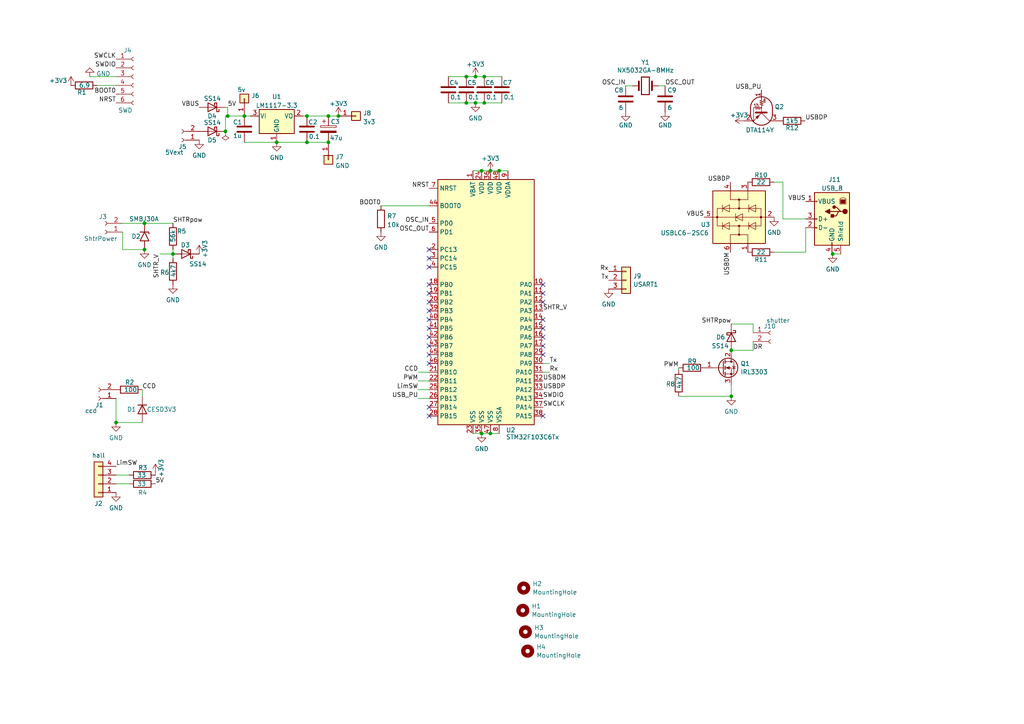
<source format=kicad_sch>
(kicad_sch (version 20231120) (generator "eeschema") (generator_version "8.0")
  (paper "A4")
  (lib_symbols
    (symbol "Connector:Conn_01x02_Female" (pin_names (offset 1.016) hide)
      (property "Reference" "J" (at 0 2.54 0))
      (property "Value" "Conn_01x02_Female" (at 0 -5.08 0))
      (symbol "Conn_01x02_Female_1_1"
        (arc (start 0 -2.032) (mid -0.5058 -2.54) (end 0 -3.048) (stroke (width 0.1524)))
        (polyline (pts (xy -1.27 -2.54) (xy -0.508 -2.54)) (stroke (width 0.1524)))
        (polyline (pts (xy -1.27 0) (xy -0.508 0)) (stroke (width 0.1524)))
        (arc (start 0 0.508) (mid -0.5058 0) (end 0 -0.508) (stroke (width 0.1524)))
        (pin passive line (at -5.08 0 0) (length 3.81) (name "Pin_1") (number "1"))
        (pin passive line (at -5.08 -2.54 0) (length 3.81) (name "Pin_2") (number "2"))
      )
    )
    (symbol "Connector:Conn_01x06_Female" (pin_names (offset 1.016) hide)
      (property "Reference" "J" (at 0 7.62 0))
      (property "Value" "Conn_01x06_Female" (at 0 -10.16 0))
      (symbol "Conn_01x06_Female_1_1"
        (arc (start 0 -7.112) (mid -0.5058 -7.62) (end 0 -8.128) (stroke (width 0.1524)))
        (arc (start 0 -4.572) (mid -0.5058 -5.08) (end 0 -5.588) (stroke (width 0.1524)))
        (arc (start 0 -2.032) (mid -0.5058 -2.54) (end 0 -3.048) (stroke (width 0.1524)))
        (polyline (pts (xy -1.27 -7.62) (xy -0.508 -7.62)) (stroke (width 0.1524)))
        (polyline (pts (xy -1.27 -5.08) (xy -0.508 -5.08)) (stroke (width 0.1524)))
        (polyline (pts (xy -1.27 -2.54) (xy -0.508 -2.54)) (stroke (width 0.1524)))
        (polyline (pts (xy -1.27 0) (xy -0.508 0)) (stroke (width 0.1524)))
        (polyline (pts (xy -1.27 2.54) (xy -0.508 2.54)) (stroke (width 0.1524)))
        (polyline (pts (xy -1.27 5.08) (xy -0.508 5.08)) (stroke (width 0.1524)))
        (arc (start 0 0.508) (mid -0.5058 0) (end 0 -0.508) (stroke (width 0.1524)))
        (arc (start 0 3.048) (mid -0.5058 2.54) (end 0 2.032) (stroke (width 0.1524)))
        (arc (start 0 5.588) (mid -0.5058 5.08) (end 0 4.572) (stroke (width 0.1524)))
        (pin passive line (at -5.08 5.08 0) (length 3.81) (name "Pin_1") (number "1"))
        (pin passive line (at -5.08 2.54 0) (length 3.81) (name "Pin_2") (number "2"))
        (pin passive line (at -5.08 0 0) (length 3.81) (name "Pin_3") (number "3"))
        (pin passive line (at -5.08 -2.54 0) (length 3.81) (name "Pin_4") (number "4"))
        (pin passive line (at -5.08 -5.08 0) (length 3.81) (name "Pin_5") (number "5"))
        (pin passive line (at -5.08 -7.62 0) (length 3.81) (name "Pin_6") (number "6"))
      )
    )
    (symbol "Connector:USB_B" (pin_names (offset 1.016))
      (property "Reference" "J" (at -5.08 11.43 0))
      (property "Value" "USB_B" (at -5.08 8.89 0))
      (symbol "USB_B_0_1"
        (rectangle (start -5.08 -7.62) (end 5.08 7.62) (stroke (width 0.254)) (fill (type background)))
        (circle (center -3.81 2.159) (radius 0.635) (stroke (width 0.254)) (fill (type outline)))
        (rectangle (start -3.81 5.588) (end -2.54 4.572) (fill (type outline)))
        (circle (center -0.635 3.429) (radius 0.381) (stroke (width 0.254)) (fill (type outline)))
        (rectangle (start -0.127 -7.62) (end 0.127 -6.858))
        (polyline (pts (xy -1.905 2.159) (xy 0.635 2.159)) (stroke (width 0.254)))
        (polyline (pts (xy -3.175 2.159) (xy -2.54 2.159) (xy -1.27 3.429) (xy -0.635 3.429)) (stroke (width 0.254)))
        (polyline (pts (xy -2.54 2.159) (xy -1.905 2.159) (xy -1.27 0.889) (xy 0 0.889)) (stroke (width 0.254)))
        (polyline (pts (xy 0.635 2.794) (xy 0.635 1.524) (xy 1.905 2.159) (xy 0.635 2.794)) (stroke (width 0.254)) (fill (type outline)))
        (polyline (pts (xy -4.064 4.318) (xy -2.286 4.318) (xy -2.286 5.715) (xy -2.667 6.096) (xy -3.683 6.096) (xy -4.064 5.715) (xy -4.064 4.318)))
        (rectangle (start 0.254 1.27) (end -0.508 0.508) (stroke (width 0.254)) (fill (type outline)))
        (rectangle (start 5.08 -2.667) (end 4.318 -2.413))
        (rectangle (start 5.08 -0.127) (end 4.318 0.127))
        (rectangle (start 5.08 4.953) (end 4.318 5.207))
      )
      (symbol "USB_B_1_1"
        (pin power_out line (at 7.62 5.08 180) (length 2.54) (name "VBUS") (number "1"))
        (pin bidirectional line (at 7.62 -2.54 180) (length 2.54) (name "D-") (number "2"))
        (pin bidirectional line (at 7.62 0 180) (length 2.54) (name "D+") (number "3"))
        (pin power_out line (at 0 -10.16 90) (length 2.54) (name "GND") (number "4"))
        (pin passive line (at -2.54 -10.16 90) (length 2.54) (name "Shield") (number "5"))
      )
    )
    (symbol "Connector_Generic:Conn_01x01" (pin_names (offset 1.016) hide)
      (property "Reference" "J" (at 0 2.54 0))
      (property "Value" "Conn_01x01" (at 0 -2.54 0))
      (symbol "Conn_01x01_1_1"
        (rectangle (start -1.27 0.127) (end 0 -0.127) (stroke (width 0.1524)))
        (rectangle (start -1.27 1.27) (end 1.27 -1.27) (stroke (width 0.254)) (fill (type background)))
        (pin passive line (at -5.08 0 0) (length 3.81) (name "Pin_1") (number "1"))
      )
    )
    (symbol "Connector_Generic:Conn_01x03" (pin_names (offset 1.016) hide)
      (property "Reference" "J" (at 0 5.08 0))
      (property "Value" "Conn_01x03" (at 0 -5.08 0))
      (symbol "Conn_01x03_1_1"
        (rectangle (start -1.27 -2.413) (end 0 -2.667) (stroke (width 0.1524)))
        (rectangle (start -1.27 0.127) (end 0 -0.127) (stroke (width 0.1524)))
        (rectangle (start -1.27 2.667) (end 0 2.413) (stroke (width 0.1524)))
        (rectangle (start -1.27 3.81) (end 1.27 -3.81) (stroke (width 0.254)) (fill (type background)))
        (pin passive line (at -5.08 2.54 0) (length 3.81) (name "Pin_1") (number "1"))
        (pin passive line (at -5.08 0 0) (length 3.81) (name "Pin_2") (number "2"))
        (pin passive line (at -5.08 -2.54 0) (length 3.81) (name "Pin_3") (number "3"))
      )
    )
    (symbol "Connector_Generic:Conn_01x04" (pin_names (offset 1.016) hide)
      (property "Reference" "J" (at 0 5.08 0))
      (property "Value" "Conn_01x04" (at 0 -7.62 0))
      (symbol "Conn_01x04_1_1"
        (rectangle (start -1.27 -4.953) (end 0 -5.207) (stroke (width 0.1524)))
        (rectangle (start -1.27 -2.413) (end 0 -2.667) (stroke (width 0.1524)))
        (rectangle (start -1.27 0.127) (end 0 -0.127) (stroke (width 0.1524)))
        (rectangle (start -1.27 2.667) (end 0 2.413) (stroke (width 0.1524)))
        (rectangle (start -1.27 3.81) (end 1.27 -6.35) (stroke (width 0.254)) (fill (type background)))
        (pin passive line (at -5.08 2.54 0) (length 3.81) (name "Pin_1") (number "1"))
        (pin passive line (at -5.08 0 0) (length 3.81) (name "Pin_2") (number "2"))
        (pin passive line (at -5.08 -2.54 0) (length 3.81) (name "Pin_3") (number "3"))
        (pin passive line (at -5.08 -5.08 0) (length 3.81) (name "Pin_4") (number "4"))
      )
    )
    (symbol "Device:C" (pin_numbers hide) (pin_names (offset 0.254))
      (property "Reference" "C" (at 0.635 2.54 0))
      (property "Value" "C" (at 0.635 -2.54 0))
      (symbol "C_0_1"
        (polyline (pts (xy -2.032 -0.762) (xy 2.032 -0.762)) (stroke (width 0.508)))
        (polyline (pts (xy -2.032 0.762) (xy 2.032 0.762)) (stroke (width 0.508)))
      )
      (symbol "C_1_1"
        (pin passive line (at 0 3.81 270) (length 2.794) (name "~") (number "1"))
        (pin passive line (at 0 -3.81 90) (length 2.794) (name "~") (number "2"))
      )
    )
    (symbol "Device:C_Polarized" (pin_numbers hide) (pin_names (offset 0.254))
      (property "Reference" "C" (at 0.635 2.54 0))
      (property "Value" "C_Polarized" (at 0.635 -2.54 0))
      (symbol "C_Polarized_0_1"
        (rectangle (start -2.286 0.508) (end 2.286 1.016))
        (polyline (pts (xy -1.778 2.286) (xy -0.762 2.286)))
        (polyline (pts (xy -1.27 2.794) (xy -1.27 1.778)))
        (rectangle (start 2.286 -0.508) (end -2.286 -1.016) (fill (type outline)))
      )
      (symbol "C_Polarized_1_1"
        (pin passive line (at 0 3.81 270) (length 2.794) (name "~") (number "1"))
        (pin passive line (at 0 -3.81 90) (length 2.794) (name "~") (number "2"))
      )
    )
    (symbol "Device:Crystal" (pin_numbers hide) (pin_names (offset 1.016) hide)
      (property "Reference" "Y" (at 0 3.81 0))
      (property "Value" "Crystal" (at 0 -3.81 0))
      (symbol "Crystal_0_1"
        (rectangle (start -1.143 2.54) (end 1.143 -2.54) (stroke (width 0.3048)))
        (polyline (pts (xy -2.54 0) (xy -1.905 0)))
        (polyline (pts (xy -1.905 -1.27) (xy -1.905 1.27)) (stroke (width 0.508)))
        (polyline (pts (xy 1.905 -1.27) (xy 1.905 1.27)) (stroke (width 0.508)))
        (polyline (pts (xy 2.54 0) (xy 1.905 0)))
      )
      (symbol "Crystal_1_1"
        (pin passive line (at -3.81 0 0) (length 1.27) (name "1") (number "1"))
        (pin passive line (at 3.81 0 180) (length 1.27) (name "2") (number "2"))
      )
    )
    (symbol "Device:D" (pin_numbers hide) (pin_names (offset 1.016) hide)
      (property "Reference" "D" (at 0 2.54 0))
      (property "Value" "D" (at 0 -2.54 0))
      (symbol "D_0_1"
        (polyline (pts (xy -1.27 1.27) (xy -1.27 -1.27)) (stroke (width 0.254)))
        (polyline (pts (xy 1.27 0) (xy -1.27 0)))
        (polyline (pts (xy 1.27 1.27) (xy 1.27 -1.27) (xy -1.27 0) (xy 1.27 1.27)) (stroke (width 0.254)))
      )
      (symbol "D_1_1"
        (pin passive line (at -3.81 0 0) (length 2.54) (name "K") (number "1"))
        (pin passive line (at 3.81 0 180) (length 2.54) (name "A") (number "2"))
      )
    )
    (symbol "Device:D_Schottky" (pin_numbers hide) (pin_names (offset 1.016) hide)
      (property "Reference" "D" (at 0 2.54 0))
      (property "Value" "D_Schottky" (at 0 -2.54 0))
      (symbol "D_Schottky_0_1"
        (polyline (pts (xy 1.27 0) (xy -1.27 0)))
        (polyline (pts (xy 1.27 1.27) (xy 1.27 -1.27) (xy -1.27 0) (xy 1.27 1.27)) (stroke (width 0.254)))
        (polyline (pts (xy -1.905 0.635) (xy -1.905 1.27) (xy -1.27 1.27) (xy -1.27 -1.27) (xy -0.635 -1.27) (xy -0.635 -0.635)) (stroke (width 0.254)))
      )
      (symbol "D_Schottky_1_1"
        (pin passive line (at -3.81 0 0) (length 2.54) (name "K") (number "1"))
        (pin passive line (at 3.81 0 180) (length 2.54) (name "A") (number "2"))
      )
    )
    (symbol "Device:Q_NMOS_GDS" (pin_names (offset 0) hide)
      (property "Reference" "Q" (at 5.08 1.27 0))
      (property "Value" "Q_NMOS_GDS" (at 5.08 -1.27 0))
      (symbol "Q_NMOS_GDS_0_1"
        (polyline (pts (xy 0.254 0) (xy -2.54 0)))
        (polyline (pts (xy 0.254 1.905) (xy 0.254 -1.905)) (stroke (width 0.254)))
        (polyline (pts (xy 0.762 -1.27) (xy 0.762 -2.286)) (stroke (width 0.254)))
        (polyline (pts (xy 0.762 0.508) (xy 0.762 -0.508)) (stroke (width 0.254)))
        (polyline (pts (xy 0.762 2.286) (xy 0.762 1.27)) (stroke (width 0.254)))
        (polyline (pts (xy 2.54 2.54) (xy 2.54 1.778)))
        (polyline (pts (xy 2.54 -2.54) (xy 2.54 0) (xy 0.762 0)))
        (polyline (pts (xy 0.762 -1.778) (xy 3.302 -1.778) (xy 3.302 1.778) (xy 0.762 1.778)))
        (polyline (pts (xy 1.016 0) (xy 2.032 0.381) (xy 2.032 -0.381) (xy 1.016 0)) (fill (type outline)))
        (polyline (pts (xy 2.794 0.508) (xy 2.921 0.381) (xy 3.683 0.381) (xy 3.81 0.254)))
        (polyline (pts (xy 3.302 0.381) (xy 2.921 -0.254) (xy 3.683 -0.254) (xy 3.302 0.381)))
        (circle (center 1.651 0) (radius 2.794) (stroke (width 0.254)))
        (circle (center 2.54 -1.778) (radius 0.254) (fill (type outline)))
        (circle (center 2.54 1.778) (radius 0.254) (fill (type outline)))
      )
      (symbol "Q_NMOS_GDS_1_1"
        (pin input line (at -5.08 0 0) (length 2.54) (name "G") (number "1"))
        (pin passive line (at 2.54 5.08 270) (length 2.54) (name "D") (number "2"))
        (pin passive line (at 2.54 -5.08 90) (length 2.54) (name "S") (number "3"))
      )
    )
    (symbol "Device:R" (pin_numbers hide) (pin_names (offset 0))
      (property "Reference" "R" (at 2.032 0 90))
      (property "Value" "R" (at 0 0 90))
      (symbol "R_0_1"
        (rectangle (start -1.016 -2.54) (end 1.016 2.54) (stroke (width 0.254)))
      )
      (symbol "R_1_1"
        (pin passive line (at 0 3.81 270) (length 1.27) (name "~") (number "1"))
        (pin passive line (at 0 -3.81 90) (length 1.27) (name "~") (number "2"))
      )
    )
    (symbol "Diode:SM6T30A" (pin_numbers hide) (pin_names (offset 1.016) hide)
      (property "Reference" "D" (at 0 2.54 0))
      (property "Value" "SM6T30A" (at 0 -2.54 0))
      (symbol "SM6T30A_0_1"
        (polyline (pts (xy -0.762 1.27) (xy -1.27 1.27) (xy -1.27 -1.27)) (stroke (width 0.254)))
        (polyline (pts (xy 1.27 1.27) (xy 1.27 -1.27) (xy -1.27 0) (xy 1.27 1.27)) (stroke (width 0.254)))
      )
      (symbol "SM6T30A_1_1"
        (pin passive line (at -3.81 0 0) (length 2.54) (name "A1") (number "1"))
        (pin passive line (at 3.81 0 180) (length 2.54) (name "A2") (number "2"))
      )
    )
    (symbol "MCU_ST_STM32F1:STM32F103C6Tx"
      (property "Reference" "U" (at -15.24 36.83 0))
      (property "Value" "STM32F103C6Tx" (at 7.62 36.83 0))
      (symbol "STM32F103C6Tx_0_1"
        (rectangle (start -15.24 -35.56) (end 12.7 35.56) (stroke (width 0.254)) (fill (type background)))
      )
      (symbol "STM32F103C6Tx_1_1"
        (pin power_in line (at -5.08 38.1 270) (length 2.54) (name "VBAT") (number "1"))
        (pin bidirectional line (at 15.24 5.08 180) (length 2.54) (name "PA0") (number "10"))
        (pin bidirectional line (at 15.24 2.54 180) (length 2.54) (name "PA1") (number "11"))
        (pin bidirectional line (at 15.24 0 180) (length 2.54) (name "PA2") (number "12"))
        (pin bidirectional line (at 15.24 -2.54 180) (length 2.54) (name "PA3") (number "13"))
        (pin bidirectional line (at 15.24 -5.08 180) (length 2.54) (name "PA4") (number "14"))
        (pin bidirectional line (at 15.24 -7.62 180) (length 2.54) (name "PA5") (number "15"))
        (pin bidirectional line (at 15.24 -10.16 180) (length 2.54) (name "PA6") (number "16"))
        (pin bidirectional line (at 15.24 -12.7 180) (length 2.54) (name "PA7") (number "17"))
        (pin bidirectional line (at -17.78 5.08 0) (length 2.54) (name "PB0") (number "18"))
        (pin bidirectional line (at -17.78 2.54 0) (length 2.54) (name "PB1") (number "19"))
        (pin bidirectional line (at -17.78 15.24 0) (length 2.54) (name "PC13") (number "2"))
        (pin bidirectional line (at -17.78 0 0) (length 2.54) (name "PB2") (number "20"))
        (pin bidirectional line (at -17.78 -20.32 0) (length 2.54) (name "PB10") (number "21"))
        (pin bidirectional line (at -17.78 -22.86 0) (length 2.54) (name "PB11") (number "22"))
        (pin power_in line (at -5.08 -38.1 90) (length 2.54) (name "VSS") (number "23"))
        (pin power_in line (at -2.54 38.1 270) (length 2.54) (name "VDD") (number "24"))
        (pin bidirectional line (at -17.78 -25.4 0) (length 2.54) (name "PB12") (number "25"))
        (pin bidirectional line (at -17.78 -27.94 0) (length 2.54) (name "PB13") (number "26"))
        (pin bidirectional line (at -17.78 -30.48 0) (length 2.54) (name "PB14") (number "27"))
        (pin bidirectional line (at -17.78 -33.02 0) (length 2.54) (name "PB15") (number "28"))
        (pin bidirectional line (at 15.24 -15.24 180) (length 2.54) (name "PA8") (number "29"))
        (pin bidirectional line (at -17.78 12.7 0) (length 2.54) (name "PC14") (number "3"))
        (pin bidirectional line (at 15.24 -17.78 180) (length 2.54) (name "PA9") (number "30"))
        (pin bidirectional line (at 15.24 -20.32 180) (length 2.54) (name "PA10") (number "31"))
        (pin bidirectional line (at 15.24 -22.86 180) (length 2.54) (name "PA11") (number "32"))
        (pin bidirectional line (at 15.24 -25.4 180) (length 2.54) (name "PA12") (number "33"))
        (pin bidirectional line (at 15.24 -27.94 180) (length 2.54) (name "PA13") (number "34"))
        (pin power_in line (at -2.54 -38.1 90) (length 2.54) (name "VSS") (number "35"))
        (pin power_in line (at 0 38.1 270) (length 2.54) (name "VDD") (number "36"))
        (pin bidirectional line (at 15.24 -30.48 180) (length 2.54) (name "PA14") (number "37"))
        (pin bidirectional line (at 15.24 -33.02 180) (length 2.54) (name "PA15") (number "38"))
        (pin bidirectional line (at -17.78 -2.54 0) (length 2.54) (name "PB3") (number "39"))
        (pin bidirectional line (at -17.78 10.16 0) (length 2.54) (name "PC15") (number "4"))
        (pin bidirectional line (at -17.78 -5.08 0) (length 2.54) (name "PB4") (number "40"))
        (pin bidirectional line (at -17.78 -7.62 0) (length 2.54) (name "PB5") (number "41"))
        (pin bidirectional line (at -17.78 -10.16 0) (length 2.54) (name "PB6") (number "42"))
        (pin bidirectional line (at -17.78 -12.7 0) (length 2.54) (name "PB7") (number "43"))
        (pin input line (at -17.78 27.94 0) (length 2.54) (name "BOOT0") (number "44"))
        (pin bidirectional line (at -17.78 -15.24 0) (length 2.54) (name "PB8") (number "45"))
        (pin bidirectional line (at -17.78 -17.78 0) (length 2.54) (name "PB9") (number "46"))
        (pin power_in line (at 0 -38.1 90) (length 2.54) (name "VSS") (number "47"))
        (pin power_in line (at 2.54 38.1 270) (length 2.54) (name "VDD") (number "48"))
        (pin input line (at -17.78 22.86 0) (length 2.54) (name "PD0") (number "5"))
        (pin input line (at -17.78 20.32 0) (length 2.54) (name "PD1") (number "6"))
        (pin input line (at -17.78 33.02 0) (length 2.54) (name "NRST") (number "7"))
        (pin power_in line (at 2.54 -38.1 90) (length 2.54) (name "VSSA") (number "8"))
        (pin power_in line (at 5.08 38.1 270) (length 2.54) (name "VDDA") (number "9"))
      )
    )
    (symbol "Mechanical:MountingHole" (pin_names (offset 1.016))
      (property "Reference" "H" (at 0 5.08 0))
      (property "Value" "MountingHole" (at 0 3.175 0))
      (symbol "MountingHole_0_1"
        (circle (center 0 0) (radius 1.27) (stroke (width 1.27)))
      )
    )
    (symbol "Power_Protection:USBLC6-2SC6" (pin_names hide)
      (property "Reference" "U" (at 2.54 8.89 0))
      (property "Value" "USBLC6-2SC6" (at 2.54 -8.89 0))
      (symbol "USBLC6-2SC6_0_1"
        (rectangle (start -7.62 -7.62) (end 7.62 7.62) (stroke (width 0.254)) (fill (type background)))
        (circle (center -5.08 0) (radius 0.254) (fill (type outline)))
        (circle (center -2.54 0) (radius 0.254) (fill (type outline)))
        (rectangle (start -2.54 6.35) (end 2.54 -6.35))
        (circle (center 0 -6.35) (radius 0.254) (fill (type outline)))
        (polyline (pts (xy -5.08 -2.54) (xy -7.62 -2.54)))
        (polyline (pts (xy -5.08 0) (xy -5.08 -2.54)))
        (polyline (pts (xy -5.08 2.54) (xy -7.62 2.54)))
        (polyline (pts (xy -1.524 -2.794) (xy -3.556 -2.794)))
        (polyline (pts (xy -1.524 4.826) (xy -3.556 4.826)))
        (polyline (pts (xy 0 -7.62) (xy 0 -6.35)))
        (polyline (pts (xy 0 -6.35) (xy 0 1.27)))
        (polyline (pts (xy 0 1.27) (xy 0 6.35)))
        (polyline (pts (xy 0 6.35) (xy 0 7.62)))
        (polyline (pts (xy 1.524 -2.794) (xy 3.556 -2.794)))
        (polyline (pts (xy 1.524 4.826) (xy 3.556 4.826)))
        (polyline (pts (xy 5.08 -2.54) (xy 7.62 -2.54)))
        (polyline (pts (xy 5.08 0) (xy 5.08 -2.54)))
        (polyline (pts (xy 5.08 2.54) (xy 7.62 2.54)))
        (polyline (pts (xy -2.54 0) (xy -5.08 0) (xy -5.08 2.54)))
        (polyline (pts (xy 2.54 0) (xy 5.08 0) (xy 5.08 2.54)))
        (polyline (pts (xy -3.556 -4.826) (xy -1.524 -4.826) (xy -2.54 -2.794) (xy -3.556 -4.826)))
        (polyline (pts (xy -3.556 2.794) (xy -1.524 2.794) (xy -2.54 4.826) (xy -3.556 2.794)))
        (polyline (pts (xy -1.016 -1.016) (xy 1.016 -1.016) (xy 0 1.016) (xy -1.016 -1.016)))
        (polyline (pts (xy 1.016 1.016) (xy 0.762 1.016) (xy -1.016 1.016) (xy -1.016 0.508)))
        (polyline (pts (xy 3.556 -4.826) (xy 1.524 -4.826) (xy 2.54 -2.794) (xy 3.556 -4.826)))
        (polyline (pts (xy 3.556 2.794) (xy 1.524 2.794) (xy 2.54 4.826) (xy 3.556 2.794)))
        (circle (center 0 6.35) (radius 0.254) (fill (type outline)))
        (circle (center 2.54 0) (radius 0.254) (fill (type outline)))
        (circle (center 5.08 0) (radius 0.254) (fill (type outline)))
      )
      (symbol "USBLC6-2SC6_1_1"
        (pin passive line (at -10.16 -2.54 0) (length 2.54) (name "I/O1") (number "1"))
        (pin passive line (at 0 -10.16 90) (length 2.54) (name "GND") (number "2"))
        (pin passive line (at 10.16 -2.54 180) (length 2.54) (name "I/O2") (number "3"))
        (pin passive line (at 10.16 2.54 180) (length 2.54) (name "I/O2") (number "4"))
        (pin passive line (at 0 10.16 270) (length 2.54) (name "VBUS") (number "5"))
        (pin passive line (at -10.16 2.54 0) (length 2.54) (name "I/O1") (number "6"))
      )
    )
    (symbol "Regulator_Linear:LM1117-3.3" (pin_names (offset 0.254))
      (property "Reference" "U" (at -3.81 3.175 0))
      (property "Value" "LM1117-3.3" (at 0 3.175 0))
      (symbol "LM1117-3.3_0_1"
        (rectangle (start -5.08 -5.08) (end 5.08 1.905) (stroke (width 0.254)) (fill (type background)))
      )
      (symbol "LM1117-3.3_1_1"
        (pin power_in line (at 0 -7.62 90) (length 2.54) (name "GND") (number "1"))
        (pin power_out line (at 7.62 0 180) (length 2.54) (name "VO") (number "2"))
        (pin power_in line (at -7.62 0 0) (length 2.54) (name "VI") (number "3"))
      )
    )
    (symbol "Transistor_BJT:DTA114Y" (pin_names (offset 0) hide)
      (property "Reference" "Q" (at 5.08 1.905 0))
      (property "Value" "DTA114Y" (at 5.08 0 0))
      (symbol "DTA114Y_0_0"
        (text "10k" (at -3.302 0.889 0) (effects (font (size 0.508 0.508))))
        (text "47k" (at -2.159 -1.524 900) (effects (font (size 0.508 0.508))))
      )
      (symbol "DTA114Y_0_1"
        (circle (center -1.27 0) (radius 0.127))
        (arc (start -1.27 3.175) (mid -4.4312 0) (end -1.27 -3.175) (stroke (width 0.254)))
        (polyline (pts (xy -3.429 0) (xy -3.81 0)))
        (polyline (pts (xy -1.27 -3.175) (xy 0.635 -3.175)) (stroke (width 0.254)))
        (polyline (pts (xy -1.27 3.175) (xy 0.635 3.175)) (stroke (width 0.254)))
        (polyline (pts (xy 0 -0.254) (xy 2.54 2.286)))
        (polyline (pts (xy 0.127 1.524) (xy 0.127 -1.651)) (stroke (width 0.508)) (fill (type outline)))
        (polyline (pts (xy 2.54 2.286) (xy 2.54 2.54)))
        (polyline (pts (xy 2.54 -2.286) (xy 0 0.254) (xy 0 0.254)))
        (polyline (pts (xy 1.397 -1.651) (xy 1.905 -1.143) (xy 0.889 -0.635) (xy 1.397 -1.651)) (fill (type outline)))
        (polyline (pts (xy 0 0) (xy -1.905 0) (xy -2.032 0.508) (xy -2.286 -0.508) (xy -2.54 0.508) (xy -2.794 -0.508) (xy -3.048 0.508) (xy -3.302 -0.508) (xy -3.429 0)))
        (polyline (pts (xy -1.27 0) (xy -1.27 -0.381) (xy -0.762 -0.508) (xy -1.778 -0.762) (xy -0.762 -1.016) (xy -1.778 -1.27) (xy -0.762 -1.524) (xy -1.778 -1.778) (xy -1.27 -1.905) (xy -1.27 -2.286) (xy 2.54 -2.286)))
        (arc (start 0.635 -3.175) (mid 3.7962 0) (end 0.635 3.175) (stroke (width 0.254)))
        (circle (center 2.54 -2.286) (radius 0.127))
      )
      (symbol "DTA114Y_1_1"
        (pin input line (at -6.35 0 0) (length 2.54) (name "B") (number "1"))
        (pin passive line (at 2.54 -5.08 90) (length 2.54) (name "E") (number "2"))
        (pin passive line (at 2.54 5.08 270) (length 2.54) (name "C") (number "3"))
      )
    )
    (symbol "power:+3V3" (power) (pin_names (offset 0))
      (property "Value" "+3V3" (at 0 3.556 0))
      (symbol "+3V3_0_1"
        (polyline (pts (xy -0.762 1.27) (xy 0 2.54)))
        (polyline (pts (xy 0 0) (xy 0 2.54)))
        (polyline (pts (xy 0 2.54) (xy 0.762 1.27)))
      )
      (symbol "+3V3_1_1"
        (pin power_in line (at 0 0 90) (length 0) hide (name "+3V3") (number "1"))
      )
    )
    (symbol "power:GND" (power) (pin_names (offset 0))
      (property "Value" "GND" (at 0 -3.81 0))
      (symbol "GND_0_1"
        (polyline (pts (xy 0 0) (xy 0 -1.27) (xy 1.27 -1.27) (xy 0 -2.54) (xy -1.27 -1.27) (xy 0 -1.27)))
      )
      (symbol "GND_1_1"
        (pin power_in line (at 0 0 270) (length 0) hide (name "GND") (number "1"))
      )
    )
    (symbol "power:PWR_FLAG" (power) (pin_numbers hide) (pin_names (offset 0) hide)
      (property "Value" "PWR_FLAG" (at 0 3.81 0))
      (symbol "PWR_FLAG_0_0"
        (pin power_out line (at 0 0 90) (length 0) (name "~") (number "1"))
      )
      (symbol "PWR_FLAG_0_1"
        (polyline (pts (xy 0 0) (xy 0 1.27) (xy -1.016 1.905) (xy 0 2.54) (xy 1.016 1.905) (xy 0 1.27)))
      )
    )
  )
  (junction (at 137.922 22.225))
  (junction (at 66.04 33.655))
  (junction (at 142.24 49.53))
  (junction (at 137.922 29.845))
  (junction (at 70.866 33.655))
  (junction (at 89.027 33.655))
  (junction (at 41.91 72.39))
  (junction (at 139.7 49.53))
  (junction (at 80.264 41.275))
  (junction (at 135.255 22.225))
  (junction (at 65.405 38.1))
  (junction (at 41.91 64.77))
  (junction (at 241.5112 73.66))
  (junction (at 140.462 22.225))
  (junction (at 144.78 49.53))
  (junction (at 33.655 122.555))
  (junction (at 98.171 33.655))
  (junction (at 212.09 114.935))
  (junction (at 95.25 33.655))
  (junction (at 142.24 125.73))
  (junction (at 50.165 73.66))
  (junction (at 89.027 41.275))
  (junction (at 212.09 101.6))
  (junction (at 135.255 29.845))
  (junction (at 140.462 29.845))
  (junction (at 95.25 41.275))
  (junction (at 139.7 125.73))
  (no_connect (at 124.46 105.41))
  (no_connect (at 124.46 118.11))
  (no_connect (at 124.46 102.87))
  (no_connect (at 157.48 102.87))
  (no_connect (at 124.46 74.93))
  (no_connect (at 124.46 97.79))
  (no_connect (at 124.46 95.25))
  (no_connect (at 157.48 92.71))
  (no_connect (at 124.46 77.47))
  (no_connect (at 124.46 90.17))
  (no_connect (at 124.46 100.33))
  (no_connect (at 124.46 85.09))
  (no_connect (at 157.48 95.25))
  (no_connect (at 124.46 92.71))
  (no_connect (at 157.48 100.33))
  (no_connect (at 157.48 87.63))
  (no_connect (at 157.48 85.09))
  (no_connect (at 124.46 120.65))
  (no_connect (at 157.48 120.65))
  (no_connect (at 124.46 82.55))
  (no_connect (at 157.48 82.55))
  (no_connect (at 124.46 72.39))
  (no_connect (at 124.46 87.63))
  (no_connect (at 157.48 97.79))
  (wire (pts (xy 241.5112 73.66) (xy 243.84 73.66)))
  (wire (pts (xy 41.91 72.39) (xy 35.56 72.39)))
  (wire (pts (xy 137.16 125.73) (xy 139.7 125.73)))
  (wire (pts (xy 159.385 105.41) (xy 157.48 105.41)))
  (wire (pts (xy 121.285 107.95) (xy 124.46 107.95)))
  (wire (pts (xy 233.68 63.5) (xy 227.076 63.5)))
  (wire (pts (xy 137.922 22.225) (xy 140.462 22.225)))
  (wire (pts (xy 26.035 22.225) (xy 33.655 22.225)))
  (wire (pts (xy 137.16 49.53) (xy 139.7 49.53)))
  (wire (pts (xy 218.44 96.52) (xy 218.44 93.98)))
  (wire (pts (xy 35.56 72.39) (xy 35.56 67.31)))
  (wire (pts (xy 28.194 24.765) (xy 33.655 24.765)))
  (wire (pts (xy 89.027 41.275) (xy 95.25 41.275)))
  (wire (pts (xy 121.285 113.03) (xy 124.46 113.03)))
  (wire (pts (xy 37.465 140.335) (xy 33.655 140.335)))
  (wire (pts (xy 144.78 49.53) (xy 147.32 49.53)))
  (wire (pts (xy 41.275 114.935) (xy 41.275 113.03)))
  (wire (pts (xy 135.255 29.845) (xy 137.922 29.845)))
  (wire (pts (xy 41.275 122.555) (xy 33.655 122.555)))
  (wire (pts (xy 159.385 107.95) (xy 157.48 107.95)))
  (wire (pts (xy 218.44 99.06) (xy 218.44 101.6)))
  (wire (pts (xy 70.866 33.655) (xy 72.644 33.655)))
  (wire (pts (xy 196.85 107.315) (xy 196.85 106.68)))
  (wire (pts (xy 218.44 93.98) (xy 212.09 93.98)))
  (wire (pts (xy 233.68 73.152) (xy 224.536 73.152)))
  (wire (pts (xy 139.7 49.53) (xy 142.24 49.53)))
  (wire (pts (xy 139.7 125.73) (xy 142.24 125.73)))
  (wire (pts (xy 142.24 125.73) (xy 144.78 125.73)))
  (wire (pts (xy 66.04 33.655) (xy 70.866 33.655)))
  (wire (pts (xy 121.285 115.57) (xy 124.46 115.57)))
  (wire (pts (xy 33.655 122.555) (xy 33.655 115.57)))
  (wire (pts (xy 192.913 24.892) (xy 191.008 24.892)))
  (wire (pts (xy 196.85 114.935) (xy 212.09 114.935)))
  (wire (pts (xy 50.165 73.66) (xy 50.165 74.93)))
  (wire (pts (xy 65.405 33.655) (xy 66.04 33.655)))
  (wire (pts (xy 241.3 73.66) (xy 241.5112 73.66)))
  (wire (pts (xy 227.076 52.832) (xy 224.536 52.832)))
  (wire (pts (xy 65.405 38.1) (xy 65.405 33.655)))
  (wire (pts (xy 130.048 22.225) (xy 135.255 22.225)))
  (wire (pts (xy 142.24 49.53) (xy 144.78 49.53)))
  (wire (pts (xy 87.884 33.655) (xy 89.027 33.655)))
  (wire (pts (xy 135.255 22.225) (xy 137.922 22.225)))
  (wire (pts (xy 212.09 101.6) (xy 218.44 101.6)))
  (wire (pts (xy 227.076 63.5) (xy 227.076 52.832)))
  (wire (pts (xy 233.68 66.04) (xy 233.68 73.152)))
  (wire (pts (xy 65.405 31.115) (xy 66.04 31.115)))
  (wire (pts (xy 41.91 64.77) (xy 50.165 64.77)))
  (wire (pts (xy 37.465 137.795) (xy 33.655 137.795)))
  (wire (pts (xy 35.56 64.77) (xy 41.91 64.77)))
  (wire (pts (xy 89.027 33.655) (xy 95.25 33.655)))
  (wire (pts (xy 137.922 29.845) (xy 140.462 29.845)))
  (wire (pts (xy 181.483 24.892) (xy 183.388 24.892)))
  (wire (pts (xy 45.085 137.16) (xy 45.085 137.795)))
  (wire (pts (xy 66.04 31.115) (xy 66.04 33.655)))
  (wire (pts (xy 130.048 29.845) (xy 135.255 29.845)))
  (wire (pts (xy 46.355 73.66) (xy 50.165 73.66)))
  (wire (pts (xy 110.49 59.69) (xy 124.46 59.69)))
  (wire (pts (xy 140.462 22.225) (xy 145.542 22.225)))
  (wire (pts (xy 80.264 41.275) (xy 89.027 41.275)))
  (wire (pts (xy 95.25 33.655) (xy 98.171 33.655)))
  (wire (pts (xy 50.165 72.39) (xy 50.165 73.66)))
  (wire (pts (xy 212.09 114.935) (xy 212.09 111.76)))
  (wire (pts (xy 121.285 110.49) (xy 124.46 110.49)))
  (wire (pts (xy 70.866 41.275) (xy 80.264 41.275)))
  (wire (pts (xy 140.462 29.845) (xy 145.542 29.845)))
  (label "USBDP" (at 233.553 35.052 0))
  (label "OSC_OUT" (at 124.46 67.31 180))
  (label "LimSW" (at 33.655 135.255 0))
  (label "OSC_IN" (at 124.46 64.77 180))
  (label "SWDIO" (at 33.655 19.685 180))
  (label "VBUS" (at 233.68 58.42 180))
  (label "CCD" (at 41.275 113.03 0))
  (label "5V" (at 45.085 140.335 0))
  (label "SWDIO" (at 157.48 115.57 0))
  (label "USB_PU" (at 121.285 115.57 180))
  (label "VBUS" (at 57.785 31.115 180))
  (label "OSC_OUT" (at 192.913 24.892 0))
  (label "VBUS" (at 204.216 62.992 180))
  (label "OSC_IN" (at 181.483 24.892 180))
  (label "SHTRpow" (at 212.09 93.98 180))
  (label "SWCLK" (at 33.655 17.145 180))
  (label "SWCLK" (at 157.48 118.11 0))
  (label "Rx" (at 159.385 107.95 0))
  (label "USBDP" (at 157.48 113.03 0))
  (label "Rx" (at 176.53 78.74 180))
  (label "SHTR_V" (at 157.48 90.17 0))
  (label "SHTR_V" (at 46.355 73.66 270))
  (label "SHTRpow" (at 50.165 64.77 0))
  (label "Tx" (at 159.385 105.41 0))
  (label "NRST" (at 33.655 29.845 180))
  (label "USBDM" (at 157.48 110.49 0))
  (label "CCD" (at 121.285 107.95 180))
  (label "BOOT0" (at 33.655 27.305 180))
  (label "PWM" (at 121.285 110.49 180))
  (label "USBDP" (at 211.836 52.832 180))
  (label "DR" (at 218.44 101.6 0))
  (label "NRST" (at 124.46 54.61 180))
  (label "Tx" (at 176.53 81.28 180))
  (label "5V" (at 66.04 31.115 0))
  (label "USBDM" (at 211.836 73.152 270))
  (label "USB_PU" (at 220.853 26.162 180))
  (label "LimSW" (at 121.285 113.03 180))
  (label "BOOT0" (at 110.49 59.69 180))
  (label "PWM" (at 196.85 106.68 180))
  (symbol (lib_id "Diode:SM6T30A") (at 41.91 68.58 270) (unit 1)
    (property "Reference" "D2" (at 38.1 68.58 90) (effects (justify left)))
    (property "Value" "SMBJ30A" (at 37.465 63.5 90) (effects (justify left)))
    (property "Footprint" "Diode_SMD:D_SMB-SMC_Universal_Handsoldering" (effects (hide yes)))
    (property "Datasheet" "https://www.st.com/resource/en/datasheet/sm6t.pdf" (effects (hide yes)))
    (property "Description" "600W unidirectional Transil Transient Voltage Suppressor, 30Vrwm, DO-214AA" (effects (hide yes)))
  )
  (symbol (lib_id "Device:R") (at 229.743 35.052 270) (unit 1)
    (property "Reference" "R12" (at 229.743 37.084 90))
    (property "Value" "1k5" (at 229.743 35.052 90))
    (property "Footprint" "Resistor_SMD:R_0603_1608Metric_Pad0.98x0.95mm_HandSolder" (effects (hide yes)))
  )
  (symbol (lib_id "Connector_Generic:Conn_01x01") (at 95.25 46.355 270) (unit 1)
    (property "Reference" "J7" (at 97.282 45.5203 90) (effects (justify left)))
    (property "Value" "GND" (at 97.282 48.0572 90) (effects (justify left)))
    (property "Footprint" "Connector_PinHeader_2.54mm:PinHeader_1x01_P2.54mm_Vertical" (effects (hide yes)))
  )
  (symbol (lib_id "Mechanical:MountingHole") (at 151.638 177.038 0) (unit 1)
    (property "Reference" "H1" (at 154.178 175.8258 0) (effects (justify left)))
    (property "Value" "MountingHole" (at 154.178 178.2501 0) (effects (justify left)))
    (property "Footprint" "MountingHole:MountingHole_3.2mm_M3_ISO7380" (effects (hide yes)))
  )
  (symbol (lib_id "Connector:Conn_01x02_Female") (at 52.705 40.64 180) (unit 1)
    (property "Reference" "J5" (at 52.959 42.545 0))
    (property "Value" "5Vext" (at 50.546 44.196 0))
    (property "Footprint" "Connector_JST:JST_PH_S2B-PH-K_1x02_P2.00mm_Horizontal" (effects (hide yes)))
  )
  (symbol (lib_id "Device:D_Schottky") (at 61.595 31.115 180) (unit 1)
    (property "Reference" "D4" (at 62.865 33.655 0) (effects (justify left)))
    (property "Value" "SS14" (at 64.135 28.575 0) (effects (justify left)))
    (property "Footprint" "Diode_SMD:D_SOD-323_HandSoldering" (effects (hide yes)))
  )
  (symbol (lib_id "Connector:Conn_01x02_Female") (at 223.52 96.52 0) (unit 1)
    (property "Reference" "J10" (at 223.266 94.615 0))
    (property "Value" "shutter" (at 225.679 92.964 0))
    (property "Footprint" "Connector_JST:JST_PH_S2B-PH-K_1x02_P2.00mm_Horizontal" (effects (hide yes)))
  )
  (symbol (lib_id "power:GND") (at 33.655 122.555 0) (mirror y) (unit 1)
    (property "Reference" "#PWR023" (effects (hide yes)))
    (property "Value" "GND" (at 33.655 126.9984 0))
  )
  (symbol (lib_id "power:+3V3") (at 142.24 49.53 0) (unit 1)
    (property "Reference" "#PWR015" (effects (hide yes)))
    (property "Value" "+3V3" (at 142.24 45.9542 0))
  )
  (symbol (lib_id "Device:C") (at 70.866 37.465 0) (unit 1)
    (property "Reference" "C1" (at 67.564 35.433 0) (effects (justify left)))
    (property "Value" "1u" (at 67.564 39.37 0) (effects (justify left)))
    (property "Footprint" "Capacitor_SMD:C_0805_2012Metric_Pad1.18x1.45mm_HandSolder" (effects (hide yes)))
  )
  (symbol (lib_id "MCU_ST_STM32F1:STM32F103C6Tx") (at 142.24 87.63 0) (unit 1)
    (property "Reference" "U2" (at 146.7359 124.722 0) (effects (justify left)))
    (property "Value" "STM32F103C6Tx" (at 146.7359 126.77 0) (effects (justify left)))
    (property "Footprint" "Package_QFP:LQFP-48_7x7mm_P0.5mm" (effects (hide yes)))
    (property "Datasheet" "http://www.st.com/st-web-ui/static/active/en/resource/technical/document/datasheet/CD00210843.pdf" (effects (hide yes)))
  )
  (symbol (lib_id "power:GND") (at 137.922 29.845 0) (unit 1)
    (property "Reference" "#PWR013" (effects (hide yes)))
    (property "Value" "GND" (at 137.922 34.2884 0))
  )
  (symbol (lib_id "Connector_Generic:Conn_01x04") (at 28.575 140.335 180) (unit 1)
    (property "Reference" "J2" (at 28.575 146.05 0))
    (property "Value" "hall" (at 28.575 132.08 0))
    (property "Footprint" "Connector_JST:JST_PH_S4B-PH-K_1x04_P2.00mm_Horizontal" (effects (hide yes)))
    (property "Description" "Generic connector, single row, 01x04, script generated (kicad-library-utils/schlib/autogen/connector/)" (effects (hide yes)))
  )
  (symbol (lib_id "Mechanical:MountingHole") (at 151.892 170.561 0) (unit 1)
    (property "Reference" "H2" (at 154.432 169.3488 0) (effects (justify left)))
    (property "Value" "MountingHole" (at 154.432 171.7731 0) (effects (justify left)))
    (property "Footprint" "MountingHole:MountingHole_3.2mm_M3_ISO7380" (effects (hide yes)))
  )
  (symbol (lib_id "Device:D_Schottky") (at 53.975 73.66 180) (unit 1)
    (property "Reference" "D3" (at 55.118 71.0692 0) (effects (justify left)))
    (property "Value" "SS14" (at 59.944 76.581 0) (effects (justify left)))
    (property "Footprint" "Diode_SMD:D_SOD-323_HandSoldering" (effects (hide yes)))
  )
  (symbol (lib_id "Device:C") (at 140.462 26.035 0) (unit 1)
    (property "Reference" "C6" (at 140.716 24.003 0) (effects (justify left)))
    (property "Value" "0.1" (at 140.97 28.194 0) (effects (justify left)))
    (property "Footprint" "Capacitor_SMD:C_0603_1608Metric_Pad1.08x0.95mm_HandSolder" (effects (hide yes)))
  )
  (symbol (lib_id "power:GND") (at 212.09 114.935 0) (mirror y) (unit 1)
    (property "Reference" "#PWR019" (effects (hide yes)))
    (property "Value" "GND" (at 212.09 119.3784 0))
  )
  (symbol (lib_id "power:GND") (at 57.785 40.64 0) (unit 1)
    (property "Reference" "#PWR07" (effects (hide yes)))
    (property "Value" "GND" (at 57.785 45.0834 0))
  )
  (symbol (lib_id "Device:D") (at 41.275 118.745 270) (unit 1)
    (property "Reference" "D1" (at 36.83 118.745 90) (effects (justify left)))
    (property "Value" "CESD3V3" (at 42.545 118.745 90) (effects (justify left)))
    (property "Footprint" "Diode_SMD:D_0805_2012Metric_Pad1.15x1.40mm_HandSolder" (effects (hide yes)))
  )
  (symbol (lib_id "power:+3V3") (at 20.574 24.765 0) (mirror y) (unit 1)
    (property "Reference" "#PWR01" (effects (hide yes)))
    (property "Value" "+3V3" (at 14.224 23.368 0) (effects (justify right)))
  )
  (symbol (lib_id "power:GND") (at 241.5112 73.66 0) (mirror y) (unit 1)
    (property "Reference" "#PWR022" (effects (hide yes)))
    (property "Value" "GND" (at 241.5112 78.1034 0))
  )
  (symbol (lib_id "power:+3V3") (at 45.085 137.16 0) (unit 1)
    (property "Reference" "#PWR05" (effects (hide yes)))
    (property "Value" "+3V3" (at 46.736 133.096 90) (effects (justify right)))
  )
  (symbol (lib_id "power:GND") (at 41.91 72.39 0) (unit 1)
    (property "Reference" "#PWR04" (effects (hide yes)))
    (property "Value" "GND" (at 41.91 76.8334 0))
  )
  (symbol (lib_id "Device:R") (at 41.275 140.335 270) (unit 1)
    (property "Reference" "R4" (at 40.005 142.875 90) (effects (justify left)))
    (property "Value" "33" (at 39.751 140.335 90) (effects (justify left)))
    (property "Footprint" "Resistor_SMD:R_0603_1608Metric_Pad0.98x0.95mm_HandSolder" (effects (hide yes)))
  )
  (symbol (lib_id "Regulator_Linear:LM1117-3.3") (at 80.264 33.655 0) (unit 1)
    (property "Reference" "U1" (at 80.264 28.0502 0))
    (property "Value" "LM1117-3.3" (at 80.264 30.5871 0))
    (property "Footprint" "Package_TO_SOT_SMD:SOT-223-3_TabPin2" (effects (hide yes)))
    (property "Datasheet" "http://www.ti.com/lit/ds/symlink/lm1117.pdf" (effects (hide yes)))
  )
  (symbol (lib_id "power:GND") (at 26.035 22.225 180) (unit 1)
    (property "Reference" "#PWR02" (effects (hide yes)))
    (property "Value" "GND" (at 27.94 21.3888 0) (effects (justify right)))
  )
  (symbol (lib_id "power:+3V3") (at 57.785 73.66 0) (unit 1)
    (property "Reference" "#PWR08" (effects (hide yes)))
    (property "Value" "+3V3" (at 59.436 69.596 90) (effects (justify right)))
  )
  (symbol (lib_id "Connector_Generic:Conn_01x03") (at 181.61 81.28 0) (unit 1)
    (property "Reference" "J9" (at 183.642 80.0678 0) (effects (justify left)))
    (property "Value" "USART1" (at 183.642 82.4921 0) (effects (justify left)))
    (property "Footprint" "Connector_PinHeader_2.54mm:PinHeader_1x03_P2.54mm_Vertical" (effects (hide yes)))
    (property "Description" "Generic connector, single row, 01x03, script generated (kicad-library-utils/schlib/autogen/connector/)" (effects (hide yes)))
  )
  (symbol (lib_id "Device:R") (at 200.66 106.68 270) (unit 1)
    (property "Reference" "R9" (at 199.39 104.775 90) (effects (justify left)))
    (property "Value" "100" (at 199.136 106.68 90) (effects (justify left)))
    (property "Footprint" "Resistor_SMD:R_0603_1608Metric_Pad0.98x0.95mm_HandSolder" (effects (hide yes)))
  )
  (symbol (lib_id "power:GND") (at 176.53 83.82 0) (mirror y) (unit 1)
    (property "Reference" "#PWR016" (effects (hide yes)))
    (property "Value" "GND" (at 176.53 88.2634 0))
  )
  (symbol (lib_id "Connector_Generic:Conn_01x01") (at 103.251 33.655 0) (unit 1)
    (property "Reference" "J8" (at 105.283 32.8203 0) (effects (justify left)))
    (property "Value" "3v3" (at 105.283 35.3572 0) (effects (justify left)))
    (property "Footprint" "Connector_PinHeader_2.54mm:PinHeader_1x01_P2.54mm_Vertical" (effects (hide yes)))
  )
  (symbol (lib_id "power:GND") (at 80.264 41.275 0) (unit 1)
    (property "Reference" "#PWR09" (effects (hide yes)))
    (property "Value" "GND" (at 80.264 45.7184 0))
  )
  (symbol (lib_id "Device:R") (at 50.165 78.74 0) (unit 1)
    (property "Reference" "R6" (at 46.4312 79.0194 0) (effects (justify left)))
    (property "Value" "4k7" (at 50.292 80.4164 90) (effects (justify left)))
    (property "Footprint" "Resistor_SMD:R_0603_1608Metric_Pad0.98x0.95mm_HandSolder" (effects (hide yes)))
  )
  (symbol (lib_id "Device:R") (at 37.465 113.03 270) (unit 1)
    (property "Reference" "R2" (at 36.251 110.9034 90) (effects (justify left)))
    (property "Value" "100" (at 35.941 113.03 90) (effects (justify left)))
    (property "Footprint" "Resistor_SMD:R_0603_1608Metric_Pad0.98x0.95mm_HandSolder" (effects (hide yes)))
  )
  (symbol (lib_id "Device:R") (at 110.49 63.5 0) (unit 1)
    (property "Reference" "R7" (at 112.268 62.6653 0) (effects (justify left)))
    (property "Value" "10k" (at 112.268 65.2022 0) (effects (justify left)))
    (property "Footprint" "Resistor_SMD:R_0603_1608Metric_Pad0.98x0.95mm_HandSolder" (effects (hide yes)))
  )
  (symbol (lib_id "Transistor_BJT:DTA114Y") (at 220.853 32.512 270) (unit 1)
    (property "Reference" "Q2" (at 224.663 30.988 90) (effects (justify left)))
    (property "Value" "DTA114Y" (at 216.281 37.719 90) (effects (justify left)))
    (property "Footprint" "Package_TO_SOT_SMD:SOT-323_SC-70_Handsoldering" (effects (hide yes)))
  )
  (symbol (lib_id "power:GND") (at 192.913 32.512 0) (unit 1)
    (property "Reference" "#PWR018" (effects (hide yes)))
    (property "Value" "GND" (at 192.913 36.322 0))
  )
  (symbol (lib_id "Device:R") (at 41.275 137.795 270) (unit 1)
    (property "Reference" "R3" (at 40.061 135.6684 90) (effects (justify left)))
    (property "Value" "33" (at 39.751 137.795 90) (effects (justify left)))
    (property "Footprint" "Resistor_SMD:R_0603_1608Metric_Pad0.98x0.95mm_HandSolder" (effects (hide yes)))
  )
  (symbol (lib_id "Power_Protection:USBLC6-2SC6") (at 214.376 62.992 90) (unit 1)
    (property "Reference" "U3" (at 205.994 65.151 90) (effects (justify left)))
    (property "Value" "USBLC6-2SC6" (at 205.613 67.564 90) (effects (justify left)))
    (property "Footprint" "Package_TO_SOT_SMD:SOT-23-6_Handsoldering" (effects (hide yes)))
    (property "Datasheet" "http://www2.st.com/resource/en/datasheet/CD00050750.pdf" (effects (hide yes)))
  )
  (symbol (lib_id "Device:C") (at 130.048 26.035 0) (unit 1)
    (property "Reference" "C4" (at 130.302 24.003 0) (effects (justify left)))
    (property "Value" "0.1" (at 130.556 28.194 0) (effects (justify left)))
    (property "Footprint" "Capacitor_SMD:C_0603_1608Metric_Pad1.08x0.95mm_HandSolder" (effects (hide yes)))
  )
  (symbol (lib_id "Device:Q_NMOS_GDS") (at 209.55 106.68 0) (unit 1)
    (property "Reference" "Q1" (at 214.757 105.4678 0) (effects (justify left)))
    (property "Value" "IRL3303" (at 214.757 107.8921 0) (effects (justify left)))
    (property "Footprint" "Package_TO_SOT_THT:TO-220-3_Horizontal_TabDown" (effects (hide yes)))
    (property "Description" "N-MOSFET transistor, gate/drain/source" (effects (hide yes)))
  )
  (symbol (lib_id "power:GND") (at 224.536 62.992 0) (mirror y) (unit 1)
    (property "Reference" "#PWR021" (effects (hide yes)))
    (property "Value" "GND" (at 224.536 67.4354 0))
  )
  (symbol (lib_id "power:GND") (at 110.49 67.31 0) (unit 1)
    (property "Reference" "#PWR011" (effects (hide yes)))
    (property "Value" "GND" (at 110.49 71.7534 0))
  )
  (symbol (lib_id "Device:D_Schottky") (at 212.09 97.79 270) (unit 1)
    (property "Reference" "D6" (at 207.645 97.79 90) (effects (justify left)))
    (property "Value" "SS14" (at 206.375 100.33 90) (effects (justify left)))
    (property "Footprint" "Diode_SMD:D_SMA-SMB_Universal_Handsoldering" (effects (hide yes)))
  )
  (symbol (lib_id "Device:R") (at 196.85 111.125 0) (unit 1)
    (property "Reference" "R8" (at 193.1162 111.4044 0) (effects (justify left)))
    (property "Value" "4k7" (at 196.977 112.8014 90) (effects (justify left)))
    (property "Footprint" "Resistor_SMD:R_0603_1608Metric_Pad0.98x0.95mm_HandSolder" (effects (hide yes)))
  )
  (symbol (lib_id "Device:R") (at 50.165 68.58 0) (unit 1)
    (property "Reference" "R5" (at 51.3334 67.0814 0) (effects (justify left)))
    (property "Value" "56k" (at 50.1396 70.3072 90) (effects (justify left)))
    (property "Footprint" "Resistor_SMD:R_0603_1608Metric_Pad0.98x0.95mm_HandSolder" (effects (hide yes)))
  )
  (symbol (lib_id "Connector:Conn_01x02_Female") (at 30.48 67.31 180) (unit 1)
    (property "Reference" "J3" (at 29.845 62.865 0))
    (property "Value" "ShtrPower" (at 29.21 69.215 0))
    (property "Footprint" "TerminalBlock_Phoenix:TerminalBlock_Phoenix_MKDS-1,5-2-5.08_1x02_P5.08mm_Horizontal" (effects (hide yes)))
  )
  (symbol (lib_id "power:GND") (at 181.483 32.512 0) (unit 1)
    (property "Reference" "#PWR017" (effects (hide yes)))
    (property "Value" "GND" (at 181.483 36.322 0))
  )
  (symbol (lib_id "Mechanical:MountingHole") (at 152.4 183.261 0) (unit 1)
    (property "Reference" "H3" (at 154.94 182.0488 0) (effects (justify left)))
    (property "Value" "MountingHole" (at 154.94 184.4731 0) (effects (justify left)))
    (property "Footprint" "MountingHole:MountingHole_3.2mm_M3_ISO7380" (effects (hide yes)))
  )
  (symbol (lib_id "Device:C") (at 145.542 26.035 0) (unit 1)
    (property "Reference" "C7" (at 145.796 24.003 0) (effects (justify left)))
    (property "Value" "0.1" (at 146.05 28.194 0) (effects (justify left)))
    (property "Footprint" "Capacitor_SMD:C_0603_1608Metric_Pad1.08x0.95mm_HandSolder" (effects (hide yes)))
  )
  (symbol (lib_id "Device:C") (at 135.255 26.035 0) (unit 1)
    (property "Reference" "C5" (at 135.509 24.003 0) (effects (justify left)))
    (property "Value" "0.1" (at 135.763 28.194 0) (effects (justify left)))
    (property "Footprint" "Capacitor_SMD:C_0603_1608Metric_Pad1.08x0.95mm_HandSolder" (effects (hide yes)))
  )
  (symbol (lib_id "Device:Crystal") (at 187.198 24.892 0) (unit 1)
    (property "Reference" "Y1" (at 187.198 18.0848 0))
    (property "Value" "NX5032GA-8MHz" (at 187.198 20.3962 0))
    (property "Footprint" "Crystal:Crystal_SMD_5032-2Pin_5.0x3.2mm" (effects (hide yes)))
  )
  (symbol (lib_id "power:PWR_FLAG") (at 65.405 38.1 180) (unit 1)
    (property "Reference" "#FLG01" (effects (hide yes)))
    (property "Value" "PWR_FLAG" (effects (hide yes)))
    (property "Description" "Special symbol for telling ERC where power comes from" (effects (hide yes)))
  )
  (symbol (lib_id "power:GND") (at 50.165 82.55 0) (mirror y) (unit 1)
    (property "Reference" "#PWR06" (effects (hide yes)))
    (property "Value" "GND" (at 50.165 86.9934 0))
  )
  (symbol (lib_id "power:GND") (at 139.7 125.73 0) (unit 1)
    (property "Reference" "#PWR014" (effects (hide yes)))
    (property "Value" "GND" (at 139.7 130.1734 0))
  )
  (symbol (lib_id "Connector:Conn_01x06_Female") (at 38.735 22.225 0) (unit 1)
    (property "Reference" "J4" (at 35.814 14.605 0) (effects (justify left)))
    (property "Value" "SWD" (at 34.29 32.004 0) (effects (justify left)))
    (property "Footprint" "Connector_PinHeader_1.27mm:PinHeader_1x06_P1.27mm_Vertical" (effects (hide yes)))
  )
  (symbol (lib_id "Device:C") (at 192.913 28.702 0) (unit 1)
    (property "Reference" "C9" (at 193.548 26.162 0) (effects (justify left)))
    (property "Value" "6" (at 193.548 31.242 0) (effects (justify left)))
    (property "Footprint" "Capacitor_SMD:C_0603_1608Metric_Pad1.08x0.95mm_HandSolder" (effects (hide yes)))
  )
  (symbol (lib_id "Device:R") (at 220.726 52.832 270) (mirror x) (unit 1)
    (property "Reference" "R10" (at 220.726 50.8 90))
    (property "Value" "22" (at 220.726 52.832 90))
    (property "Footprint" "Resistor_SMD:R_0603_1608Metric_Pad0.98x0.95mm_HandSolder" (effects (hide yes)))
  )
  (symbol (lib_id "Device:C") (at 181.483 28.702 0) (mirror y) (unit 1)
    (property "Reference" "C8" (at 180.848 26.162 0) (effects (justify left)))
    (property "Value" "6" (at 180.848 31.242 0) (effects (justify left)))
    (property "Footprint" "Capacitor_SMD:C_0603_1608Metric_Pad1.08x0.95mm_HandSolder" (effects (hide yes)))
  )
  (symbol (lib_id "power:GND") (at 33.655 142.875 0) (mirror y) (unit 1)
    (property "Reference" "#PWR03" (effects (hide yes)))
    (property "Value" "GND" (at 33.655 147.3184 0))
  )
  (symbol (lib_id "power:+3V3") (at 98.171 33.655 0) (unit 1)
    (property "Reference" "#PWR010" (effects (hide yes)))
    (property "Value" "+3V3" (at 98.171 30.0792 0))
  )
  (symbol (lib_id "power:+3V3") (at 137.922 22.225 0) (unit 1)
    (property "Reference" "#PWR012" (effects (hide yes)))
    (property "Value" "+3V3" (at 137.922 18.6492 0))
  )
  (symbol (lib_id "Device:R") (at 220.726 73.152 270) (mirror x) (unit 1)
    (property "Reference" "R11" (at 220.726 75.311 90))
    (property "Value" "22" (at 220.726 73.152 90))
    (property "Footprint" "Resistor_SMD:R_0603_1608Metric_Pad0.98x0.95mm_HandSolder" (effects (hide yes)))
  )
  (symbol (lib_id "Connector:Conn_01x02_Female") (at 28.575 115.57 180) (unit 1)
    (property "Reference" "J1" (at 28.829 117.475 0))
    (property "Value" "ccd" (at 26.416 119.126 0))
    (property "Footprint" "Connector_JST:JST_PH_S2B-PH-K_1x02_P2.00mm_Horizontal" (effects (hide yes)))
  )
  (symbol (lib_id "Device:C_Polarized") (at 95.25 37.465 0) (unit 1)
    (property "Reference" "C3" (at 95.885 35.306 0) (effects (justify left)))
    (property "Value" "47u" (at 95.631 40.005 0) (effects (justify left)))
    (property "Footprint" "Capacitor_Tantalum_SMD:CP_EIA-6032-28_Kemet-C_Pad2.25x2.35mm_HandSolder" (effects (hide yes)))
  )
  (symbol (lib_id "Connector:USB_B") (at 241.3 63.5 0) (mirror y) (unit 1)
    (property "Reference" "J11" (at 240.284 52.07 0) (effects (justify right)))
    (property "Value" "USB_B" (at 238.252 54.61 0) (effects (justify right)))
    (property "Footprint" "Connector_USB:USB_B_Lumberg_2411_02_Horizontal" (effects (hide yes)))
  )
  (symbol (lib_id "Device:R") (at 24.384 24.765 90) (unit 1)
    (property "Reference" "R1" (at 23.749 26.797 90))
    (property "Value" "6.9" (at 24.511 24.765 90))
    (property "Footprint" "Resistor_SMD:R_0603_1608Metric_Pad0.98x0.95mm_HandSolder" (effects (hide yes)))
  )
  (symbol (lib_id "Connector_Generic:Conn_01x01") (at 70.866 28.575 90) (unit 1)
    (property "Reference" "J6" (at 72.898 27.7403 90) (effects (justify right)))
    (property "Value" "5v" (at 68.834 26.035 90) (effects (justify right)))
    (property "Footprint" "Connector_PinHeader_2.54mm:PinHeader_1x01_P2.54mm_Vertical" (effects (hide yes)))
  )
  (symbol (lib_id "Device:D_Schottky") (at 61.595 38.1 180) (unit 1)
    (property "Reference" "D5" (at 62.865 40.64 0) (effects (justify left)))
    (property "Value" "SS14" (at 64.135 35.56 0) (effects (justify left)))
    (property "Footprint" "Diode_SMD:D_SOD-323_HandSoldering" (effects (hide yes)))
  )
  (symbol (lib_id "Device:C") (at 89.027 37.465 0) (unit 1)
    (property "Reference" "C2" (at 89.408 35.433 0) (effects (justify left)))
    (property "Value" "0.1" (at 89.535 39.624 0) (effects (justify left)))
    (property "Footprint" "Capacitor_SMD:C_0603_1608Metric_Pad1.08x0.95mm_HandSolder" (effects (hide yes)))
  )
  (symbol (lib_id "Mechanical:MountingHole") (at 153.035 188.849 0) (unit 1)
    (property "Reference" "H4" (at 155.575 187.6368 0) (effects (justify left)))
    (property "Value" "MountingHole" (at 155.575 190.0611 0) (effects (justify left)))
    (property "Footprint" "MountingHole:MountingHole_3.2mm_M3_ISO7380" (effects (hide yes)))
  )
  (symbol (lib_id "power:+3V3") (at 215.773 35.052 90) (unit 1)
    (property "Reference" "#PWR020" (effects (hide yes)))
    (property "Value" "+3V3" (at 211.709 33.401 90) (effects (justify right)))
  )
)
</source>
